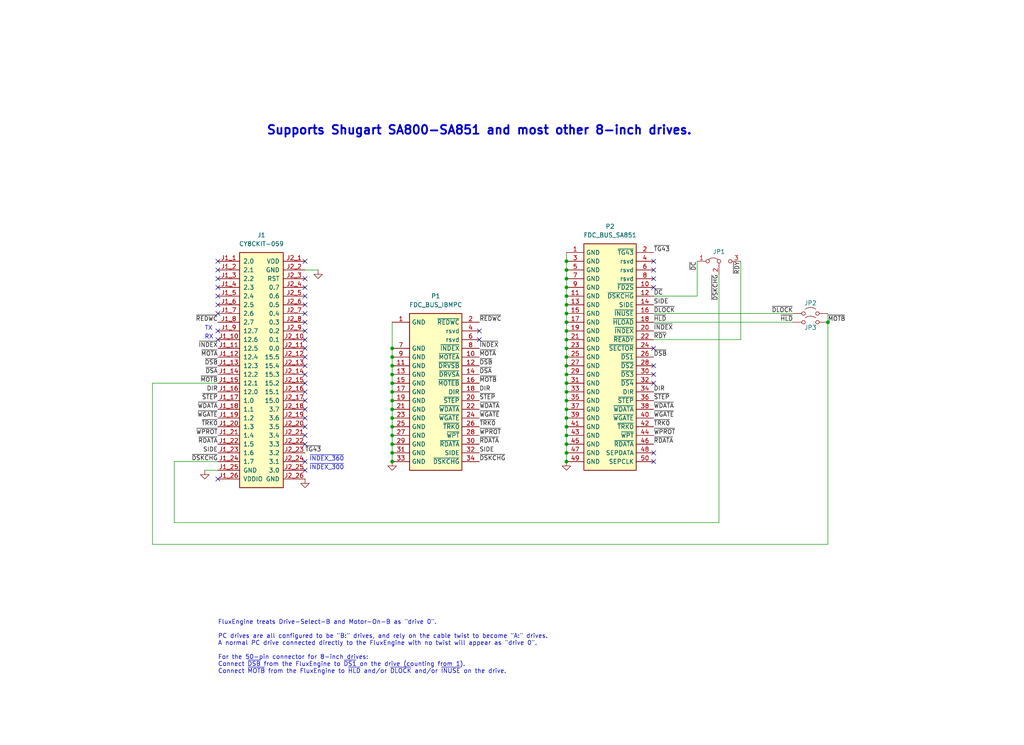
<source format=kicad_sch>
(kicad_sch (version 20231120) (generator "eeschema") (generator_version "8.0")
  (paper "User" 298.45 217.322)
  (title_block (title "FluxEngine_Hat_Shugart") (date "2024-08-08") (rev "015") (company "Brian K. White - b.kenyon.w@gmail.com") (comment 1 "CC BY-SA") (comment 2 "github.com/bkw777/FluxEngine_Kit"))
  (lib_symbols
    (symbol "000_LOCAL:CY8CKIT-059" (pin_names (offset 1.016))
      (property "Reference" "J" (at 0 34.29 0))
      (property "Value" "CY8CKIT-059" (at 0 -37.084 0))
      (symbol "CY8CKIT-059_1_1"
        (rectangle (start -6.35 33.02) (end 6.35 -35.56) (stroke (width 0.254)) (fill (type background)))
        (pin passive line (at -12.7 30.48 0) (length 6.35) (name "2.0") (number "J1_1"))
        (pin passive line (at -12.7 7.62 0) (length 6.35) (name "12.6") (number "J1_10"))
        (pin passive line (at -12.7 5.08 0) (length 6.35) (name "12.5") (number "J1_11"))
        (pin passive line (at -12.7 2.54 0) (length 6.35) (name "12.4") (number "J1_12"))
        (pin passive line (at -12.7 0 0) (length 6.35) (name "12.3") (number "J1_13"))
        (pin passive line (at -12.7 -2.54 0) (length 6.35) (name "12.2") (number "J1_14"))
        (pin passive line (at -12.7 -5.08 0) (length 6.35) (name "12.1") (number "J1_15"))
        (pin passive line (at -12.7 -7.62 0) (length 6.35) (name "12.0") (number "J1_16"))
        (pin passive line (at -12.7 -10.16 0) (length 6.35) (name "1.0") (number "J1_17"))
        (pin passive line (at -12.7 -12.7 0) (length 6.35) (name "1.1") (number "J1_18"))
        (pin passive line (at -12.7 -15.24 0) (length 6.35) (name "1.2") (number "J1_19"))
        (pin passive line (at -12.7 27.94 0) (length 6.35) (name "2.1") (number "J1_2"))
        (pin passive line (at -12.7 -17.78 0) (length 6.35) (name "1.3") (number "J1_20"))
        (pin passive line (at -12.7 -20.32 0) (length 6.35) (name "1.4") (number "J1_21"))
        (pin passive line (at -12.7 -22.86 0) (length 6.35) (name "1.5") (number "J1_22"))
        (pin passive line (at -12.7 -25.4 0) (length 6.35) (name "1.6") (number "J1_23"))
        (pin passive line (at -12.7 -27.94 0) (length 6.35) (name "1.7") (number "J1_24"))
        (pin passive line (at -12.7 -30.48 0) (length 6.35) (name "GND") (number "J1_25"))
        (pin passive line (at -12.7 -33.02 0) (length 6.35) (name "VDDIO") (number "J1_26"))
        (pin passive line (at -12.7 25.4 0) (length 6.35) (name "2.2") (number "J1_3"))
        (pin passive line (at -12.7 22.86 0) (length 6.35) (name "2.3") (number "J1_4"))
        (pin passive line (at -12.7 20.32 0) (length 6.35) (name "2.4") (number "J1_5"))
        (pin passive line (at -12.7 17.78 0) (length 6.35) (name "2.5") (number "J1_6"))
        (pin passive line (at -12.7 15.24 0) (length 6.35) (name "2.6") (number "J1_7"))
        (pin passive line (at -12.7 12.7 0) (length 6.35) (name "2.7") (number "J1_8"))
        (pin passive line (at -12.7 10.16 0) (length 6.35) (name "12.7") (number "J1_9"))
        (pin passive line (at 12.7 30.48 180) (length 6.35) (name "VDD") (number "J2_1"))
        (pin passive line (at 12.7 7.62 180) (length 6.35) (name "0.1") (number "J2_10"))
        (pin passive line (at 12.7 5.08 180) (length 6.35) (name "0.0") (number "J2_11"))
        (pin passive line (at 12.7 2.54 180) (length 6.35) (name "15.5") (number "J2_12"))
        (pin passive line (at 12.7 0 180) (length 6.35) (name "15.4") (number "J2_13"))
        (pin passive line (at 12.7 -2.54 180) (length 6.35) (name "15.3") (number "J2_14"))
        (pin passive line (at 12.7 -5.08 180) (length 6.35) (name "15.2") (number "J2_15"))
        (pin passive line (at 12.7 -7.62 180) (length 6.35) (name "15.1") (number "J2_16"))
        (pin passive line (at 12.7 -10.16 180) (length 6.35) (name "15.0") (number "J2_17"))
        (pin passive line (at 12.7 -12.7 180) (length 6.35) (name "3.7") (number "J2_18"))
        (pin passive line (at 12.7 -15.24 180) (length 6.35) (name "3.6") (number "J2_19"))
        (pin passive line (at 12.7 27.94 180) (length 6.35) (name "GND") (number "J2_2"))
        (pin passive line (at 12.7 -17.78 180) (length 6.35) (name "3.5") (number "J2_20"))
        (pin passive line (at 12.7 -20.32 180) (length 6.35) (name "3.4") (number "J2_21"))
        (pin passive line (at 12.7 -22.86 180) (length 6.35) (name "3.3") (number "J2_22"))
        (pin passive line (at 12.7 -25.4 180) (length 6.35) (name "3.2") (number "J2_23"))
        (pin passive line (at 12.7 -27.94 180) (length 6.35) (name "3.1") (number "J2_24"))
        (pin passive line (at 12.7 -30.48 180) (length 6.35) (name "3.0") (number "J2_25"))
        (pin passive line (at 12.7 -33.02 180) (length 6.35) (name "GND") (number "J2_26"))
        (pin passive line (at 12.7 25.4 180) (length 6.35) (name "RST") (number "J2_3"))
        (pin passive line (at 12.7 22.86 180) (length 6.35) (name "0.7") (number "J2_4"))
        (pin passive line (at 12.7 20.32 180) (length 6.35) (name "0.6") (number "J2_5"))
        (pin passive line (at 12.7 17.78 180) (length 6.35) (name "0.5") (number "J2_6"))
        (pin passive line (at 12.7 15.24 180) (length 6.35) (name "0.4") (number "J2_7"))
        (pin passive line (at 12.7 12.7 180) (length 6.35) (name "0.3") (number "J2_8"))
        (pin passive line (at 12.7 10.16 180) (length 6.35) (name "0.2") (number "J2_9"))
      )
    )
    (symbol "000_LOCAL:FDC_BUS_IBMPC" (pin_names (offset 0.635))
      (property "Reference" "J" (at 0 24.13 0))
      (property "Value" "FDC_BUS_IBMPC" (at 0 -24.13 0))
      (symbol "FDC_BUS_IBMPC_1_1"
        (rectangle (start -7.62 22.86) (end 7.62 -22.86) (stroke (width 0.254)) (fill (type background)))
        (pin passive line (at -12.7 20.32 0) (length 5.08) (name "GND") (number "1"))
        (pin passive line (at 12.7 10.16 180) (length 5.08) (name "~{MOTEA}") (number "10"))
        (pin passive line (at -12.7 7.62 0) (length 5.08) (name "GND") (number "11"))
        (pin passive line (at 12.7 7.62 180) (length 5.08) (name "~{DRVSB}") (number "12"))
        (pin passive line (at -12.7 5.08 0) (length 5.08) (name "GND") (number "13"))
        (pin passive line (at 12.7 5.08 180) (length 5.08) (name "~{DRVSA}") (number "14"))
        (pin passive line (at -12.7 2.54 0) (length 5.08) (name "GND") (number "15"))
        (pin passive line (at 12.7 2.54 180) (length 5.08) (name "~{MOTEB}") (number "16"))
        (pin passive line (at -12.7 0 0) (length 5.08) (name "GND") (number "17"))
        (pin passive line (at 12.7 0 180) (length 5.08) (name "DIR") (number "18"))
        (pin passive line (at -12.7 -2.54 0) (length 5.08) (name "GND") (number "19"))
        (pin passive line (at 12.7 20.32 180) (length 5.08) (name "~{REDWC}") (number "2"))
        (pin passive line (at 12.7 -2.54 180) (length 5.08) (name "~{STEP}") (number "20"))
        (pin passive line (at -12.7 -5.08 0) (length 5.08) (name "GND") (number "21"))
        (pin passive line (at 12.7 -5.08 180) (length 5.08) (name "~{WDATA}") (number "22"))
        (pin passive line (at -12.7 -7.62 0) (length 5.08) (name "GND") (number "23"))
        (pin passive line (at 12.7 -7.62 180) (length 5.08) (name "~{WGATE}") (number "24"))
        (pin passive line (at -12.7 -10.16 0) (length 5.08) (name "GND") (number "25"))
        (pin passive line (at 12.7 -10.16 180) (length 5.08) (name "~{TRK0}") (number "26"))
        (pin passive line (at -12.7 -12.7 0) (length 5.08) (name "GND") (number "27"))
        (pin passive line (at 12.7 -12.7 180) (length 5.08) (name "~{WPT}") (number "28"))
        (pin passive line (at -12.7 -15.24 0) (length 5.08) (name "GND") (number "29"))
        (pin passive line (at 12.7 -15.24 180) (length 5.08) (name "~{RDATA}") (number "30"))
        (pin passive line (at -12.7 -17.78 0) (length 5.08) (name "GND") (number "31"))
        (pin passive line (at 12.7 -17.78 180) (length 5.08) (name "SIDE") (number "32"))
        (pin passive line (at -12.7 -20.32 0) (length 5.08) (name "GND") (number "33"))
        (pin passive line (at 12.7 -20.32 180) (length 5.08) (name "~{DSKCHG}") (number "34"))
        (pin passive line (at 12.7 17.78 180) (length 5.08) (name "rsvd") (number "4"))
        (pin passive line (at 12.7 15.24 180) (length 5.08) (name "rsvd") (number "6"))
        (pin passive line (at -12.7 12.7 0) (length 5.08) (name "GND") (number "7"))
        (pin passive line (at 12.7 12.7 180) (length 5.08) (name "~{INDEX}") (number "8"))
        (pin passive line (at -12.7 10.16 0) (length 5.08) (name "GND") (number "9"))
      )
    )
    (symbol "000_LOCAL:FDC_BUS_SA851" (pin_names (offset 0.635))
      (property "Reference" "J" (at 0 31.75 0))
      (property "Value" "FDC_BUS_SA851" (at 0 -37.084 0))
      (symbol "FDC_BUS_SA851_1_1"
        (rectangle (start -7.62 30.48) (end 7.62 -35.56) (stroke (width 0.254)) (fill (type background)))
        (pin passive line (at -12.7 27.94 0) (length 5.08) (name "GND") (number "1"))
        (pin passive line (at 12.7 17.78 180) (length 5.08) (name "~{FD2S}") (number "10"))
        (pin passive line (at -12.7 15.24 0) (length 5.08) (name "GND") (number "11"))
        (pin passive line (at 12.7 15.24 180) (length 5.08) (name "~{DSKCHG}") (number "12"))
        (pin passive line (at -12.7 12.7 0) (length 5.08) (name "GND") (number "13"))
        (pin passive line (at 12.7 12.7 180) (length 5.08) (name "SIDE") (number "14"))
        (pin passive line (at -12.7 10.16 0) (length 5.08) (name "GND") (number "15"))
        (pin passive line (at 12.7 10.16 180) (length 5.08) (name "~{INUSE}") (number "16"))
        (pin passive line (at -12.7 7.62 0) (length 5.08) (name "GND") (number "17"))
        (pin passive line (at 12.7 7.62 180) (length 5.08) (name "~{HLOAD}") (number "18"))
        (pin passive line (at -12.7 5.08 0) (length 5.08) (name "GND") (number "19"))
        (pin passive line (at 12.7 27.94 180) (length 5.08) (name "~{TG43}") (number "2"))
        (pin passive line (at 12.7 5.08 180) (length 5.08) (name "~{INDEX}") (number "20"))
        (pin passive line (at -12.7 2.54 0) (length 5.08) (name "GND") (number "21"))
        (pin passive line (at 12.7 2.54 180) (length 5.08) (name "~{READY}") (number "22"))
        (pin passive line (at -12.7 0 0) (length 5.08) (name "GND") (number "23"))
        (pin passive line (at 12.7 0 180) (length 5.08) (name "~{SECTOR}") (number "24"))
        (pin passive line (at -12.7 -2.54 0) (length 5.08) (name "GND") (number "25"))
        (pin passive line (at 12.7 -2.54 180) (length 5.08) (name "~{DS1}") (number "26"))
        (pin passive line (at -12.7 -5.08 0) (length 5.08) (name "GND") (number "27"))
        (pin passive line (at 12.7 -5.08 180) (length 5.08) (name "~{DS2}") (number "28"))
        (pin passive line (at -12.7 -7.62 0) (length 5.08) (name "GND") (number "29"))
        (pin passive line (at -12.7 25.4 0) (length 5.08) (name "GND") (number "3"))
        (pin passive line (at 12.7 -7.62 180) (length 5.08) (name "~{DS3}") (number "30"))
        (pin passive line (at -12.7 -10.16 0) (length 5.08) (name "GND") (number "31"))
        (pin passive line (at 12.7 -10.16 180) (length 5.08) (name "~{DS4}") (number "32"))
        (pin passive line (at -12.7 -12.7 0) (length 5.08) (name "GND") (number "33"))
        (pin passive line (at 12.7 -12.7 180) (length 5.08) (name "DIR") (number "34"))
        (pin passive line (at -12.7 -15.24 0) (length 5.08) (name "GND") (number "35"))
        (pin passive line (at 12.7 -15.24 180) (length 5.08) (name "~{STEP}") (number "36"))
        (pin passive line (at -12.7 -17.78 0) (length 5.08) (name "GND") (number "37"))
        (pin passive line (at 12.7 -17.78 180) (length 5.08) (name "~{WDATA}") (number "38"))
        (pin passive line (at -12.7 -20.32 0) (length 5.08) (name "GND") (number "39"))
        (pin passive line (at 12.7 25.4 180) (length 5.08) (name "rsvd") (number "4"))
        (pin passive line (at 12.7 -20.32 180) (length 5.08) (name "~{WGATE}") (number "40"))
        (pin passive line (at -12.7 -22.86 0) (length 5.08) (name "GND") (number "41"))
        (pin passive line (at 12.7 -22.86 180) (length 5.08) (name "~{TRK0}") (number "42"))
        (pin passive line (at -12.7 -25.4 0) (length 5.08) (name "GND") (number "43"))
        (pin passive line (at 12.7 -25.4 180) (length 5.08) (name "~{WPT}") (number "44"))
        (pin passive line (at -12.7 -27.94 0) (length 5.08) (name "GND") (number "45"))
        (pin passive line (at 12.7 -27.94 180) (length 5.08) (name "~{RDATA}") (number "46"))
        (pin passive line (at -12.7 -30.48 0) (length 5.08) (name "GND") (number "47"))
        (pin passive line (at 12.7 -30.48 180) (length 5.08) (name "SEPDATA") (number "48"))
        (pin passive line (at -12.7 -33.02 0) (length 5.08) (name "GND") (number "49"))
        (pin passive line (at -12.7 22.86 0) (length 5.08) (name "GND") (number "5"))
        (pin passive line (at 12.7 -33.02 180) (length 5.08) (name "SEPCLK") (number "50"))
        (pin passive line (at 12.7 22.86 180) (length 5.08) (name "rsvd") (number "6"))
        (pin passive line (at -12.7 20.32 0) (length 5.08) (name "GND") (number "7"))
        (pin passive line (at 12.7 20.32 180) (length 5.08) (name "rsvd") (number "8"))
        (pin passive line (at -12.7 17.78 0) (length 5.08) (name "GND") (number "9"))
      )
    )
    (symbol "000_LOCAL:Jumper_2_Open" (pin_numbers hide) (pin_names (offset 0) hide) (exclude_from_sim yes)
      (property "Reference" "JP" (at 0 2.794 0))
      (property "Value" "Jumper_2_Open" (at 0 -2.286 0))
      (symbol "Jumper_2_Open_0_0"
        (circle (center -2.032 0) (radius 0.508))
        (circle (center 2.032 0) (radius 0.508))
      )
      (symbol "Jumper_2_Open_0_1"
        (arc (start 1.524 1.27) (mid 0 1.778) (end -1.524 1.27))
      )
      (symbol "Jumper_2_Open_1_1"
        (pin passive line (at -5.08 0 0) (length 2.54) (name "A") (number "1"))
        (pin passive line (at 5.08 0 180) (length 2.54) (name "B") (number "2"))
      )
    )
    (symbol "000_LOCAL:Jumper_3_Bridged12" (pin_names (offset 0) hide) (exclude_from_sim yes) (in_bom no)
      (property "Reference" "JP" (at -2.54 -2.54 0))
      (property "Value" "Jumper_3_Bridged12" (at 0 2.794 0))
      (symbol "Jumper_3_Bridged12_0_0"
        (circle (center -3.302 0) (radius 0.508))
        (circle (center 0 0) (radius 0.508))
        (circle (center 3.302 0) (radius 0.508))
      )
      (symbol "Jumper_3_Bridged12_0_1"
        (arc (start -0.254 0.508) (mid -1.651 0.9912) (end -3.048 0.508))
        (polyline (pts (xy 0 -1.27) (xy 0 -0.508)))
      )
      (symbol "Jumper_3_Bridged12_1_1"
        (pin passive line (at -6.35 0 0) (length 2.54) (name "A") (number "1"))
        (pin passive line (at 0 -3.81 90) (length 2.54) (name "C") (number "2"))
        (pin passive line (at 6.35 0 180) (length 2.54) (name "B") (number "3"))
      )
    )
    (symbol "power:GND" (power) (pin_numbers hide) (pin_names (offset 0) hide)
      (property "Value" "GND" (at 0 -3.81 0))
      (symbol "GND_0_1"
        (polyline (pts (xy 0 0) (xy 0 -1.27) (xy 1.27 -1.27) (xy 0 -2.54) (xy -1.27 -1.27) (xy 0 -1.27)))
      )
      (symbol "GND_1_1"
        (pin power_in line (at 0 0 270) (length 0) (name "~") (number "1"))
      )
    )
  )
  (junction (at 165.1 109.22))
  (junction (at 114.3 111.76))
  (junction (at 165.1 111.76))
  (junction (at 165.1 124.46))
  (junction (at 165.1 78.74))
  (junction (at 165.1 127))
  (junction (at 165.1 121.92))
  (junction (at 165.1 86.36))
  (junction (at 114.3 124.46))
  (junction (at 114.3 114.3))
  (junction (at 165.1 104.14))
  (junction (at 165.1 76.2))
  (junction (at 165.1 81.28))
  (junction (at 165.1 114.3))
  (junction (at 165.1 101.6))
  (junction (at 165.1 119.38))
  (junction (at 165.1 116.84))
  (junction (at 114.3 104.14))
  (junction (at 114.3 132.08))
  (junction (at 165.1 88.9))
  (junction (at 165.1 106.68))
  (junction (at 114.3 106.68))
  (junction (at 114.3 101.6))
  (junction (at 114.3 129.54))
  (junction (at 114.3 121.92))
  (junction (at 165.1 91.44))
  (junction (at 114.3 134.62))
  (junction (at 165.1 96.52))
  (junction (at 114.3 116.84))
  (junction (at 165.1 129.54))
  (junction (at 165.1 132.08))
  (junction (at 114.3 127))
  (junction (at 241.3 93.98))
  (junction (at 114.3 109.22))
  (junction (at 114.3 119.38))
  (junction (at 165.1 134.62))
  (junction (at 165.1 93.98))
  (junction (at 165.1 99.06))
  (junction (at 165.1 83.82))
  (no_connect (at 190.5 111.76))
  (no_connect (at 63.5 83.82))
  (no_connect (at 63.5 91.44))
  (no_connect (at 190.5 134.62))
  (no_connect (at 63.5 88.9))
  (no_connect (at 190.5 76.2))
  (no_connect (at 63.5 96.52))
  (no_connect (at 63.5 81.28))
  (no_connect (at 63.5 99.06))
  (no_connect (at 88.9 137.16))
  (no_connect (at 190.5 132.08))
  (no_connect (at 190.5 81.28))
  (no_connect (at 190.5 101.6))
  (no_connect (at 63.5 76.2))
  (no_connect (at 88.9 81.28))
  (no_connect (at 88.9 119.38))
  (no_connect (at 88.9 99.06))
  (no_connect (at 88.9 134.62))
  (no_connect (at 190.5 83.82))
  (no_connect (at 88.9 76.2))
  (no_connect (at 88.9 121.92))
  (no_connect (at 88.9 96.52))
  (no_connect (at 88.9 83.82))
  (no_connect (at 88.9 106.68))
  (no_connect (at 63.5 139.7))
  (no_connect (at 88.9 114.3))
  (no_connect (at 88.9 124.46))
  (no_connect (at 88.9 86.36))
  (no_connect (at 88.9 93.98))
  (no_connect (at 88.9 88.9))
  (no_connect (at 88.9 129.54))
  (no_connect (at 88.9 91.44))
  (no_connect (at 88.9 116.84))
  (no_connect (at 88.9 109.22))
  (no_connect (at 63.5 78.74))
  (no_connect (at 88.9 111.76))
  (no_connect (at 190.5 109.22))
  (no_connect (at 190.5 106.68))
  (no_connect (at 88.9 127))
  (no_connect (at 88.9 104.14))
  (no_connect (at 190.5 78.74))
  (no_connect (at 63.5 86.36))
  (no_connect (at 139.7 96.52))
  (no_connect (at 139.7 99.06))
  (no_connect (at 88.9 101.6))
  (wire (pts (xy 165.1 109.22) (xy 165.1 111.76)))
  (wire (pts (xy 63.5 134.62) (xy 50.8 134.62)))
  (wire (pts (xy 165.1 132.08) (xy 165.1 134.62)))
  (wire (pts (xy 165.1 129.54) (xy 165.1 132.08)))
  (wire (pts (xy 88.9 78.74) (xy 92.71 78.74)))
  (wire (pts (xy 165.1 106.68) (xy 165.1 109.22)))
  (wire (pts (xy 165.1 104.14) (xy 165.1 106.68)))
  (wire (pts (xy 165.1 101.6) (xy 165.1 104.14)))
  (wire (pts (xy 165.1 86.36) (xy 165.1 88.9)))
  (wire (pts (xy 114.3 111.76) (xy 114.3 114.3)))
  (wire (pts (xy 203.2 76.2) (xy 203.2 86.36)))
  (wire (pts (xy 44.45 111.76) (xy 44.45 158.75)))
  (wire (pts (xy 114.3 124.46) (xy 114.3 127)))
  (wire (pts (xy 63.5 137.16) (xy 59.69 137.16)))
  (wire (pts (xy 165.1 119.38) (xy 165.1 121.92)))
  (wire (pts (xy 241.3 93.98) (xy 241.3 158.75)))
  (wire (pts (xy 165.1 73.66) (xy 165.1 76.2)))
  (wire (pts (xy 165.1 114.3) (xy 165.1 116.84)))
  (wire (pts (xy 165.1 76.2) (xy 165.1 78.74)))
  (wire (pts (xy 165.1 88.9) (xy 165.1 91.44)))
  (wire (pts (xy 165.1 111.76) (xy 165.1 114.3)))
  (wire (pts (xy 50.8 134.62) (xy 50.8 152.4)))
  (wire (pts (xy 215.9 76.2) (xy 215.9 99.06)))
  (wire (pts (xy 165.1 83.82) (xy 165.1 86.36)))
  (wire (pts (xy 114.3 119.38) (xy 114.3 121.92)))
  (wire (pts (xy 63.5 111.76) (xy 44.45 111.76)))
  (wire (pts (xy 165.1 81.28) (xy 165.1 83.82)))
  (wire (pts (xy 114.3 121.92) (xy 114.3 124.46)))
  (wire (pts (xy 190.5 93.98) (xy 231.14 93.98)))
  (wire (pts (xy 165.1 78.74) (xy 165.1 81.28)))
  (wire (pts (xy 114.3 104.14) (xy 114.3 106.68)))
  (wire (pts (xy 165.1 91.44) (xy 165.1 93.98)))
  (wire (pts (xy 165.1 121.92) (xy 165.1 124.46)))
  (wire (pts (xy 165.1 93.98) (xy 165.1 96.52)))
  (wire (pts (xy 203.2 86.36) (xy 190.5 86.36)))
  (wire (pts (xy 114.3 93.98) (xy 114.3 101.6)))
  (wire (pts (xy 114.3 116.84) (xy 114.3 119.38)))
  (wire (pts (xy 165.1 96.52) (xy 165.1 99.06)))
  (wire (pts (xy 114.3 127) (xy 114.3 129.54)))
  (wire (pts (xy 209.55 152.4) (xy 209.55 80.01)))
  (wire (pts (xy 114.3 114.3) (xy 114.3 116.84)))
  (wire (pts (xy 165.1 116.84) (xy 165.1 119.38)))
  (wire (pts (xy 165.1 99.06) (xy 165.1 101.6)))
  (wire (pts (xy 114.3 109.22) (xy 114.3 111.76)))
  (wire (pts (xy 241.3 91.44) (xy 241.3 93.98)))
  (wire (pts (xy 44.45 158.75) (xy 241.3 158.75)))
  (wire (pts (xy 114.3 132.08) (xy 114.3 134.62)))
  (wire (pts (xy 215.9 99.06) (xy 190.5 99.06)))
  (wire (pts (xy 114.3 129.54) (xy 114.3 132.08)))
  (wire (pts (xy 114.3 106.68) (xy 114.3 109.22)))
  (wire (pts (xy 114.3 101.6) (xy 114.3 104.14)))
  (wire (pts (xy 165.1 127) (xy 165.1 129.54)))
  (wire (pts (xy 190.5 91.44) (xy 231.14 91.44)))
  (wire (pts (xy 50.8 152.4) (xy 209.55 152.4)))
  (wire (pts (xy 165.1 124.46) (xy 165.1 127)))
  (text "~{INDEX_300}" (at 90.17 137.16 0) (effects (font (size 1.2446 1.2446)) (justify left bottom)))
  (text "TX" (at 61.976 96.52 0) (effects (font (size 1.2446 1.2446)) (justify right bottom)))
  (text "FluxEngine treats Drive-Select-B and Motor-On-B as \"drive 0\".\n\nPC drives are all configured to be \"B:\" drives, and rely on the cable twist to become \"A:\" drives.\nA normal PC drive connected directly to the FluxEngine with no twist will appear as \"drive 0\".\n\nFor the 50-pin connector for 8-inch drives:\nConnect ~{DSB} from the FluxEngine to ~{DS1} on the drive (counting from 1).\nConnect ~{MOTB} from the FluxEngine to ~{HLD} and/or ~{DLOCK} and/or ~{INUSE} on the drive.\n" (at 63.5 196.596 0) (effects (font (size 1.27 1.27)) (justify left bottom)))
  (text "Supports Shugart SA800-SA851 and most other 8-inch drives." (at 139.7 38.1 0) (effects (font (size 2.54 2.54) (thickness 0.508) (bold yes))))
  (text "RX" (at 62.23 99.06 0) (effects (font (size 1.2446 1.2446)) (justify right bottom)))
  (text "~{INDEX_360}" (at 90.17 134.62 0) (effects (font (size 1.2446 1.2446)) (justify left bottom)))
  (label "~{WDATA}" (at 139.7 119.38 0) (effects (font (size 1.2446 1.2446))))
  (label "~{WDATA}" (at 190.5 119.38 0) (effects (font (size 1.2446 1.2446))))
  (label "~{REDWC}" (at 63.5 93.98 180) (effects (font (size 1.2446 1.2446))))
  (label "~{DSKCHG}" (at 209.55 80.01 270) (effects (font (size 1.2446 1.2446))))
  (label "~{DSB}" (at 63.5 106.68 180) (effects (font (size 1.2446 1.2446))))
  (label "~{DC}" (at 190.5 86.36 0))
  (label "~{DLOCK}" (at 231.14 91.44 180) (effects (font (size 1.2446 1.2446))))
  (label "~{TG43}" (at 190.5 73.66 0) (effects (font (size 1.2446 1.2446))))
  (label "~{WPROT}" (at 139.7 127 0) (effects (font (size 1.2446 1.2446))))
  (label "~{WGATE}" (at 139.7 121.92 0) (effects (font (size 1.2446 1.2446))))
  (label "~{WPROT}" (at 63.5 127 180) (effects (font (size 1.2446 1.2446))))
  (label "~{MOTB}" (at 63.5 111.76 180) (effects (font (size 1.2446 1.2446))))
  (label "~{REDWC}" (at 139.7 93.98 0) (effects (font (size 1.2446 1.2446))))
  (label "SIDE" (at 139.7 132.08 0) (effects (font (size 1.2446 1.2446))))
  (label "~{WDATA}" (at 63.5 119.38 180) (effects (font (size 1.2446 1.2446))))
  (label "~{TRK0}" (at 139.7 124.46 0) (effects (font (size 1.2446 1.2446))))
  (label "~{DSB}" (at 190.5 104.14 0) (effects (font (size 1.2446 1.2446))))
  (label "~{WPROT}" (at 190.5 127 0) (effects (font (size 1.2446 1.2446))))
  (label "~{MOTB}" (at 139.7 111.76 0) (effects (font (size 1.2446 1.2446))))
  (label "~{RDATA}" (at 139.7 129.54 0) (effects (font (size 1.2446 1.2446))))
  (label "~{WGATE}" (at 190.5 121.92 0) (effects (font (size 1.2446 1.2446))))
  (label "~{INDEX}" (at 190.5 96.52 0) (effects (font (size 1.2446 1.2446))))
  (label "~{STEP}" (at 139.7 116.84 0) (effects (font (size 1.2446 1.2446))))
  (label "~{RDY}" (at 190.5 99.06 0))
  (label "~{TRK0}" (at 190.5 124.46 0) (effects (font (size 1.2446 1.2446))))
  (label "~{DSKCHG}" (at 63.5 134.62 180) (effects (font (size 1.2446 1.2446))))
  (label "~{STEP}" (at 63.5 116.84 180) (effects (font (size 1.2446 1.2446))))
  (label "SIDE" (at 63.5 132.08 180) (effects (font (size 1.2446 1.2446))))
  (label "~{DSKCHG}" (at 139.7 134.62 0) (effects (font (size 1.2446 1.2446))))
  (label "~{MOTA}" (at 139.7 104.14 0) (effects (font (size 1.2446 1.2446))))
  (label "~{TRK0}" (at 63.5 124.46 180) (effects (font (size 1.2446 1.2446))))
  (label "~{MOTB}" (at 241.3 93.98 0) (effects (font (size 1.2446 1.2446))))
  (label "~{HLD}" (at 190.5 93.98 0) (effects (font (size 1.2446 1.2446))))
  (label "~{RDATA}" (at 190.5 129.54 0) (effects (font (size 1.2446 1.2446))))
  (label "~{DLOCK}" (at 190.5 91.44 0) (effects (font (size 1.2446 1.2446))))
  (label "~{DSA}" (at 139.7 109.22 0) (effects (font (size 1.2446 1.2446))))
  (label "~{STEP}" (at 190.5 116.84 0) (effects (font (size 1.2446 1.2446))))
  (label "~{DC}" (at 203.2 76.2 270))
  (label "SIDE" (at 190.5 88.9 0) (effects (font (size 1.2446 1.2446))))
  (label "~{INDEX}" (at 139.7 101.6 0) (effects (font (size 1.2446 1.2446))))
  (label "DIR" (at 63.5 114.3 180) (effects (font (size 1.2446 1.2446))))
  (label "~{MOTA}" (at 63.5 104.14 180) (effects (font (size 1.2446 1.2446))))
  (label "~{DSB}" (at 139.7 106.68 0) (effects (font (size 1.2446 1.2446))))
  (label "~{WGATE}" (at 63.5 121.92 180) (effects (font (size 1.2446 1.2446))))
  (label "~{TG43}" (at 88.9 132.08 0) (effects (font (size 1.2446 1.2446))))
  (label "~{RDATA}" (at 63.5 129.54 180) (effects (font (size 1.2446 1.2446))))
  (label "DIR" (at 139.7 114.3 0) (effects (font (size 1.2446 1.2446))))
  (label "~{DSA}" (at 63.5 109.22 180) (effects (font (size 1.2446 1.2446))))
  (label "~{RDY}" (at 215.9 76.2 270))
  (label "DIR" (at 190.5 114.3 0) (effects (font (size 1.2446 1.2446))))
  (label "~{INDEX}" (at 63.5 101.6 180) (effects (font (size 1.2446 1.2446))))
  (label "~{HLD}" (at 231.14 93.98 180) (effects (font (size 1.2446 1.2446))))
  (symbol (lib_id "000_LOCAL:Jumper_3_Bridged12") (at 209.55 76.2 0) (unit 1) (exclude_from_sim yes) (in_bom no)
    (property "Reference" "JP1" (at 209.55 73.406 0))
    (property "Value" "Jumper_3_Bridged12" (effects (hide yes)))
    (property "Footprint" "000_LOCAL:PinHeader_1x03_P2.54mm_Vertical" (effects (hide yes)))
    (property "Description" "Jumper, 3-pole, pins 1+2 closed/bridged" (effects (hide yes)))
  )
  (symbol (lib_id "000_LOCAL:FDC_BUS_SA851") (at 177.8 101.6 0) (unit 1)
    (property "Reference" "P2" (at 177.8 66.04 0))
    (property "Value" "FDC_BUS_SA851" (at 177.8 68.58 0))
    (property "Footprint" "000_LOCAL:IDC-Header_2x25_P2.54mm_Latch_Vertical" (effects (hide yes)))
    (property "Datasheet" "datasheets/SA851.pdf" (effects (hide yes)))
    (property "Description" "Shugart 50-pin floppy bus" (effects (hide yes)))
  )
  (symbol (lib_id "000_LOCAL:Jumper_2_Open") (at 236.22 91.44 0) (unit 1) (exclude_from_sim yes)
    (property "Reference" "JP2" (at 236.22 88.392 0))
    (property "Value" "Jumper_2_Open" (effects (hide yes)))
    (property "Footprint" "000_LOCAL:PinHeader_1x02_P2.54mm_Vertical" (effects (hide yes)))
    (property "Description" "Jumper, 2-pole, open" (effects (hide yes)))
  )
  (symbol (lib_id "power:GND") (at 88.9 139.7 0) (unit 1)
    (property "Reference" "#PWR06" (effects (hide yes)))
    (property "Value" "GND" (effects (hide yes)))
    (property "Description" "Power symbol creates a global label with name \"GND\" , ground" (effects (hide yes)))
  )
  (symbol (lib_id "000_LOCAL:CY8CKIT-059") (at 76.2 106.68 0) (unit 1)
    (property "Reference" "J1" (at 76.2 68.58 0))
    (property "Value" "CY8CKIT-059" (at 76.2 71.12 0))
    (property "Footprint" "000_LOCAL:CY8CKIT-059 dry fit" (effects (hide yes)))
    (property "Datasheet" "datasheets/CY8CKIT-059.pdf" (effects (hide yes)))
    (property "Description" "Infineon Cypress CY8CKIT-059 Arm & CPLD eval board " (effects (hide yes)))
  )
  (symbol (lib_id "000_LOCAL:FDC_BUS_IBMPC") (at 127 114.3 0) (unit 1)
    (property "Reference" "P1" (at 127 86.36 0))
    (property "Value" "FDC_BUS_IBMPC" (at 127 88.9 0))
    (property "Footprint" "000_LOCAL:IDC-Header_2x17_P2.54mm_Latch_Vertical - FDD" (effects (hide yes)))
    (property "Datasheet" "datasheets/fdd-bus-interface-34p_5.25inch.png" (effects (hide yes)))
    (property "Description" "34-pin IBM PC floppy drive interface, host-side, pins 3 & 5 removed" (effects (hide yes)))
  )
  (symbol (lib_id "power:GND") (at 92.71 78.74 0) (mirror y) (unit 1)
    (property "Reference" "#PWR08" (effects (hide yes)))
    (property "Value" "GND" (effects (hide yes)))
    (property "Description" "Power symbol creates a global label with name \"GND\" , ground" (effects (hide yes)))
  )
  (symbol (lib_id "000_LOCAL:Jumper_2_Open") (at 236.22 93.98 0) (unit 1) (exclude_from_sim yes)
    (property "Reference" "JP3" (at 236.22 95.504 0))
    (property "Value" "Jumper_2_Open" (effects (hide yes)))
    (property "Footprint" "000_LOCAL:PinHeader_1x02_P2.54mm_Vertical" (effects (hide yes)))
    (property "Description" "Jumper, 2-pole, open" (effects (hide yes)))
  )
  (symbol (lib_id "power:GND") (at 114.3 134.62 0) (unit 1)
    (property "Reference" "#PWR07" (effects (hide yes)))
    (property "Value" "GND" (effects (hide yes)))
    (property "Description" "Power symbol creates a global label with name \"GND\" , ground" (effects (hide yes)))
  )
  (symbol (lib_id "power:GND") (at 165.1 134.62 0) (unit 1)
    (property "Reference" "#PWR02" (effects (hide yes)))
    (property "Value" "GND" (effects (hide yes)))
    (property "Description" "Power symbol creates a global label with name \"GND\" , ground" (effects (hide yes)))
  )
  (symbol (lib_id "power:GND") (at 59.69 137.16 0) (mirror y) (unit 1)
    (property "Reference" "#PWR04" (effects (hide yes)))
    (property "Value" "GND" (effects (hide yes)))
    (property "Description" "Power symbol creates a global label with name \"GND\" , ground" (effects (hide yes)))
  )
)
</source>
